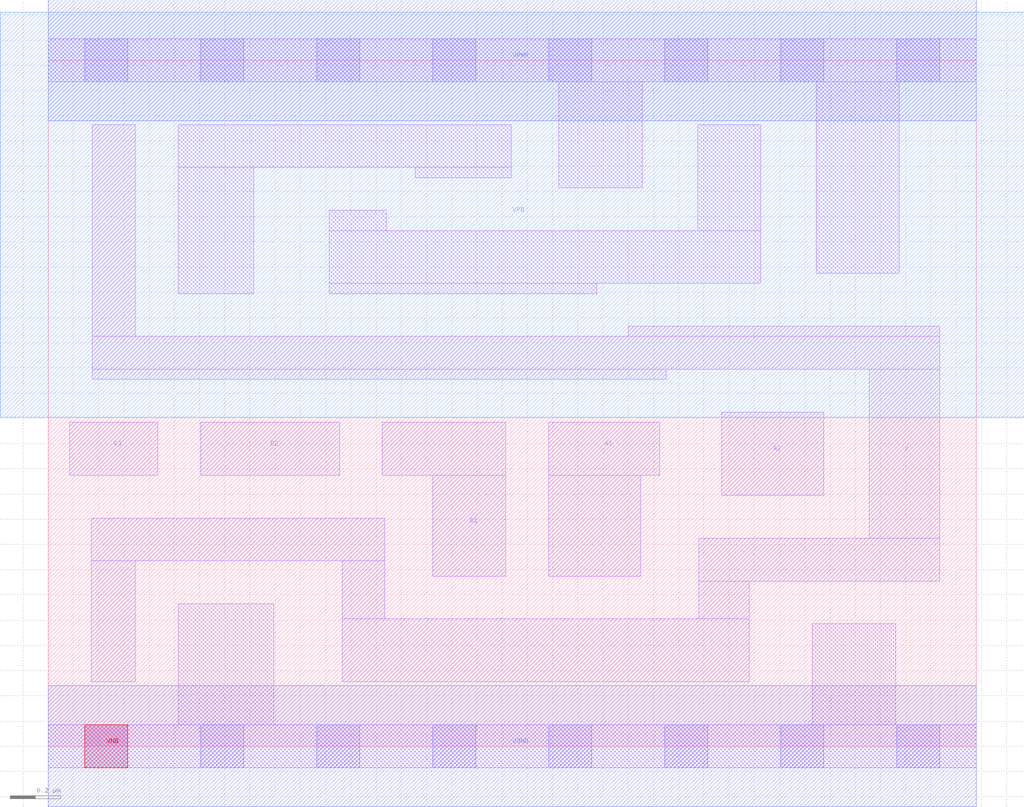
<source format=lef>
# Copyright 2020 The SkyWater PDK Authors
#
# Licensed under the Apache License, Version 2.0 (the "License");
# you may not use this file except in compliance with the License.
# You may obtain a copy of the License at
#
#     https://www.apache.org/licenses/LICENSE-2.0
#
# Unless required by applicable law or agreed to in writing, software
# distributed under the License is distributed on an "AS IS" BASIS,
# WITHOUT WARRANTIES OR CONDITIONS OF ANY KIND, either express or implied.
# See the License for the specific language governing permissions and
# limitations under the License.
#
# SPDX-License-Identifier: Apache-2.0

VERSION 5.7 ;
  NOWIREEXTENSIONATPIN ON ;
  DIVIDERCHAR "/" ;
  BUSBITCHARS "[]" ;
PROPERTYDEFINITIONS
  MACRO maskLayoutSubType STRING ;
  MACRO prCellType STRING ;
  MACRO originalViewName STRING ;
END PROPERTYDEFINITIONS
MACRO sky130_fd_sc_hdll__a221oi_1
  CLASS CORE ;
  FOREIGN sky130_fd_sc_hdll__a221oi_1 ;
  ORIGIN  0.000000  0.000000 ;
  SIZE  3.680000 BY  2.720000 ;
  SYMMETRY X Y R90 ;
  SITE unithd ;
  PIN A1
    ANTENNAGATEAREA  0.277500 ;
    DIRECTION INPUT ;
    USE SIGNAL ;
    PORT
      LAYER li1 ;
        RECT 1.985000 0.675000 2.350000 1.075000 ;
        RECT 1.985000 1.075000 2.425000 1.285000 ;
    END
  END A1
  PIN A2
    ANTENNAGATEAREA  0.277500 ;
    DIRECTION INPUT ;
    USE SIGNAL ;
    PORT
      LAYER li1 ;
        RECT 2.670000 0.995000 3.075000 1.325000 ;
    END
  END A2
  PIN B1
    ANTENNAGATEAREA  0.277500 ;
    DIRECTION INPUT ;
    USE SIGNAL ;
    PORT
      LAYER li1 ;
        RECT 1.325000 1.075000 1.815000 1.285000 ;
        RECT 1.525000 0.675000 1.815000 1.075000 ;
    END
  END B1
  PIN B2
    ANTENNAGATEAREA  0.277500 ;
    DIRECTION INPUT ;
    USE SIGNAL ;
    PORT
      LAYER li1 ;
        RECT 0.605000 1.075000 1.155000 1.285000 ;
    END
  END B2
  PIN C1
    ANTENNAGATEAREA  0.277500 ;
    DIRECTION INPUT ;
    USE SIGNAL ;
    PORT
      LAYER li1 ;
        RECT 0.085000 1.075000 0.435000 1.285000 ;
    END
  END C1
  PIN Y
    ANTENNADIFFAREA  0.874500 ;
    DIRECTION OUTPUT ;
    USE SIGNAL ;
    PORT
      LAYER li1 ;
        RECT 0.170000 0.255000 0.345000 0.735000 ;
        RECT 0.170000 0.735000 1.335000 0.905000 ;
        RECT 0.175000 1.455000 2.450000 1.495000 ;
        RECT 0.175000 1.495000 3.535000 1.625000 ;
        RECT 0.175000 1.625000 0.345000 2.465000 ;
        RECT 1.165000 0.255000 2.780000 0.505000 ;
        RECT 1.165000 0.505000 1.335000 0.735000 ;
        RECT 2.300000 1.625000 3.535000 1.665000 ;
        RECT 2.580000 0.505000 2.780000 0.655000 ;
        RECT 2.580000 0.655000 3.535000 0.825000 ;
        RECT 3.255000 0.825000 3.535000 1.495000 ;
    END
  END Y
  PIN VGND
    DIRECTION INOUT ;
    USE GROUND ;
    PORT
      LAYER met1 ;
        RECT 0.000000 -0.240000 3.680000 0.240000 ;
    END
  END VGND
  PIN VNB
    DIRECTION INOUT ;
    USE GROUND ;
    PORT
      LAYER pwell ;
        RECT 0.145000 -0.085000 0.315000 0.085000 ;
    END
  END VNB
  PIN VPB
    DIRECTION INOUT ;
    USE POWER ;
    PORT
      LAYER nwell ;
        RECT -0.190000 1.305000 3.870000 2.910000 ;
    END
  END VPB
  PIN VPWR
    DIRECTION INOUT ;
    USE POWER ;
    PORT
      LAYER met1 ;
        RECT 0.000000 2.480000 3.680000 2.960000 ;
    END
  END VPWR
  OBS
    LAYER li1 ;
      RECT 0.000000 -0.085000 3.680000 0.085000 ;
      RECT 0.000000  2.635000 3.680000 2.805000 ;
      RECT 0.515000  0.085000 0.895000 0.565000 ;
      RECT 0.515000  1.795000 0.815000 2.295000 ;
      RECT 0.515000  2.295000 1.835000 2.465000 ;
      RECT 1.115000  1.795000 2.175000 1.835000 ;
      RECT 1.115000  1.835000 2.825000 2.045000 ;
      RECT 1.115000  2.045000 1.340000 2.125000 ;
      RECT 1.455000  2.255000 1.835000 2.295000 ;
      RECT 2.025000  2.215000 2.355000 2.635000 ;
      RECT 2.575000  2.045000 2.825000 2.465000 ;
      RECT 3.030000  0.085000 3.360000 0.485000 ;
      RECT 3.045000  1.875000 3.375000 2.635000 ;
    LAYER mcon ;
      RECT 0.145000 -0.085000 0.315000 0.085000 ;
      RECT 0.145000  2.635000 0.315000 2.805000 ;
      RECT 0.605000 -0.085000 0.775000 0.085000 ;
      RECT 0.605000  2.635000 0.775000 2.805000 ;
      RECT 1.065000 -0.085000 1.235000 0.085000 ;
      RECT 1.065000  2.635000 1.235000 2.805000 ;
      RECT 1.525000 -0.085000 1.695000 0.085000 ;
      RECT 1.525000  2.635000 1.695000 2.805000 ;
      RECT 1.985000 -0.085000 2.155000 0.085000 ;
      RECT 1.985000  2.635000 2.155000 2.805000 ;
      RECT 2.445000 -0.085000 2.615000 0.085000 ;
      RECT 2.445000  2.635000 2.615000 2.805000 ;
      RECT 2.905000 -0.085000 3.075000 0.085000 ;
      RECT 2.905000  2.635000 3.075000 2.805000 ;
      RECT 3.365000 -0.085000 3.535000 0.085000 ;
      RECT 3.365000  2.635000 3.535000 2.805000 ;
  END
  PROPERTY maskLayoutSubType "abstract" ;
  PROPERTY prCellType "standard" ;
  PROPERTY originalViewName "layout" ;
END sky130_fd_sc_hdll__a221oi_1
END LIBRARY

</source>
